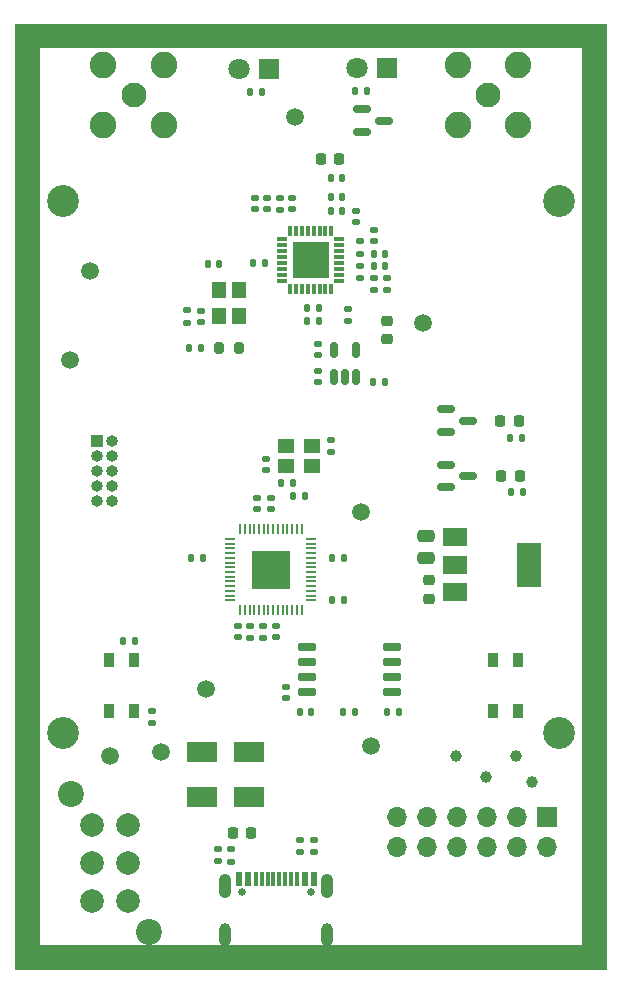
<source format=gts>
%TF.GenerationSoftware,KiCad,Pcbnew,(6.0.6-0)*%
%TF.CreationDate,2023-01-17T18:34:31+00:00*%
%TF.ProjectId,max2871-evalboard,6d617832-3837-4312-9d65-76616c626f61,1.0*%
%TF.SameCoordinates,Original*%
%TF.FileFunction,Soldermask,Top*%
%TF.FilePolarity,Negative*%
%FSLAX46Y46*%
G04 Gerber Fmt 4.6, Leading zero omitted, Abs format (unit mm)*
G04 Created by KiCad (PCBNEW (6.0.6-0)) date 2023-01-17 18:34:31*
%MOMM*%
%LPD*%
G01*
G04 APERTURE LIST*
G04 Aperture macros list*
%AMRoundRect*
0 Rectangle with rounded corners*
0 $1 Rounding radius*
0 $2 $3 $4 $5 $6 $7 $8 $9 X,Y pos of 4 corners*
0 Add a 4 corners polygon primitive as box body*
4,1,4,$2,$3,$4,$5,$6,$7,$8,$9,$2,$3,0*
0 Add four circle primitives for the rounded corners*
1,1,$1+$1,$2,$3*
1,1,$1+$1,$4,$5*
1,1,$1+$1,$6,$7*
1,1,$1+$1,$8,$9*
0 Add four rect primitives between the rounded corners*
20,1,$1+$1,$2,$3,$4,$5,0*
20,1,$1+$1,$4,$5,$6,$7,0*
20,1,$1+$1,$6,$7,$8,$9,0*
20,1,$1+$1,$8,$9,$2,$3,0*%
G04 Aperture macros list end*
%ADD10C,0.100000*%
%ADD11C,1.000000*%
%ADD12RoundRect,0.150000X-0.587500X-0.150000X0.587500X-0.150000X0.587500X0.150000X-0.587500X0.150000X0*%
%ADD13R,1.800000X1.800000*%
%ADD14C,1.800000*%
%ADD15RoundRect,0.135000X-0.185000X0.135000X-0.185000X-0.135000X0.185000X-0.135000X0.185000X0.135000X0*%
%ADD16RoundRect,0.135000X-0.135000X-0.185000X0.135000X-0.185000X0.135000X0.185000X-0.135000X0.185000X0*%
%ADD17RoundRect,0.218750X-0.218750X-0.256250X0.218750X-0.256250X0.218750X0.256250X-0.218750X0.256250X0*%
%ADD18RoundRect,0.140000X0.140000X0.170000X-0.140000X0.170000X-0.140000X-0.170000X0.140000X-0.170000X0*%
%ADD19RoundRect,0.140000X-0.140000X-0.170000X0.140000X-0.170000X0.140000X0.170000X-0.140000X0.170000X0*%
%ADD20RoundRect,0.140000X-0.170000X0.140000X-0.170000X-0.140000X0.170000X-0.140000X0.170000X0.140000X0*%
%ADD21C,2.700000*%
%ADD22R,1.200000X1.400000*%
%ADD23C,1.500000*%
%ADD24RoundRect,0.135000X0.135000X0.185000X-0.135000X0.185000X-0.135000X-0.185000X0.135000X-0.185000X0*%
%ADD25RoundRect,0.200000X0.200000X0.275000X-0.200000X0.275000X-0.200000X-0.275000X0.200000X-0.275000X0*%
%ADD26R,2.500000X1.800000*%
%ADD27RoundRect,0.135000X0.185000X-0.135000X0.185000X0.135000X-0.185000X0.135000X-0.185000X-0.135000X0*%
%ADD28R,1.000000X1.000000*%
%ADD29O,1.000000X1.000000*%
%ADD30RoundRect,0.140000X0.170000X-0.140000X0.170000X0.140000X-0.170000X0.140000X-0.170000X-0.140000X0*%
%ADD31RoundRect,0.150000X0.150000X-0.512500X0.150000X0.512500X-0.150000X0.512500X-0.150000X-0.512500X0*%
%ADD32C,2.000000*%
%ADD33C,2.200000*%
%ADD34RoundRect,0.250000X0.475000X-0.250000X0.475000X0.250000X-0.475000X0.250000X-0.475000X-0.250000X0*%
%ADD35R,0.950000X1.250000*%
%ADD36C,0.650000*%
%ADD37R,0.600000X1.150000*%
%ADD38R,0.300000X1.150000*%
%ADD39O,1.000000X2.000000*%
%ADD40O,1.050000X2.100000*%
%ADD41RoundRect,0.050000X0.387500X0.050000X-0.387500X0.050000X-0.387500X-0.050000X0.387500X-0.050000X0*%
%ADD42RoundRect,0.050000X0.050000X0.387500X-0.050000X0.387500X-0.050000X-0.387500X0.050000X-0.387500X0*%
%ADD43R,3.200000X3.200000*%
%ADD44RoundRect,0.225000X0.250000X-0.225000X0.250000X0.225000X-0.250000X0.225000X-0.250000X-0.225000X0*%
%ADD45R,1.700000X1.700000*%
%ADD46O,1.700000X1.700000*%
%ADD47R,1.400000X1.200000*%
%ADD48RoundRect,0.225000X0.225000X0.250000X-0.225000X0.250000X-0.225000X-0.250000X0.225000X-0.250000X0*%
%ADD49RoundRect,0.150000X0.650000X0.150000X-0.650000X0.150000X-0.650000X-0.150000X0.650000X-0.150000X0*%
%ADD50R,2.000000X1.500000*%
%ADD51R,2.000000X3.800000*%
%ADD52RoundRect,0.008100X0.126900X-0.411900X0.126900X0.411900X-0.126900X0.411900X-0.126900X-0.411900X0*%
%ADD53RoundRect,0.008100X0.411900X0.126900X-0.411900X0.126900X-0.411900X-0.126900X0.411900X-0.126900X0*%
%ADD54R,3.100000X3.100000*%
%ADD55C,2.100000*%
%ADD56C,2.250000*%
%ADD57RoundRect,0.218750X0.256250X-0.218750X0.256250X0.218750X-0.256250X0.218750X-0.256250X-0.218750X0*%
G04 APERTURE END LIST*
D10*
X50000000Y-50000000D02*
X52000000Y-50000000D01*
X52000000Y-50000000D02*
X52000000Y-130000000D01*
X52000000Y-130000000D02*
X50000000Y-130000000D01*
X50000000Y-130000000D02*
X50000000Y-50000000D01*
G36*
X50000000Y-50000000D02*
G01*
X52000000Y-50000000D01*
X52000000Y-130000000D01*
X50000000Y-130000000D01*
X50000000Y-50000000D01*
G37*
X98000000Y-50000000D02*
X100000000Y-50000000D01*
X100000000Y-50000000D02*
X100000000Y-130000000D01*
X100000000Y-130000000D02*
X98000000Y-130000000D01*
X98000000Y-130000000D02*
X98000000Y-50000000D01*
G36*
X98000000Y-50000000D02*
G01*
X100000000Y-50000000D01*
X100000000Y-130000000D01*
X98000000Y-130000000D01*
X98000000Y-50000000D01*
G37*
X50000000Y-130000000D02*
X100000000Y-130000000D01*
X100000000Y-130000000D02*
X100000000Y-128000000D01*
X100000000Y-128000000D02*
X50000000Y-128000000D01*
X50000000Y-128000000D02*
X50000000Y-130000000D01*
G36*
X50000000Y-130000000D02*
G01*
X100000000Y-130000000D01*
X100000000Y-128000000D01*
X50000000Y-128000000D01*
X50000000Y-130000000D01*
G37*
X50000000Y-50000000D02*
X100000000Y-50000000D01*
X100000000Y-50000000D02*
X100000000Y-52000000D01*
X100000000Y-52000000D02*
X50000000Y-52000000D01*
X50000000Y-52000000D02*
X50000000Y-50000000D01*
G36*
X50000000Y-50000000D02*
G01*
X100000000Y-50000000D01*
X100000000Y-52000000D01*
X50000000Y-52000000D01*
X50000000Y-50000000D01*
G37*
D11*
X92379800Y-112000000D03*
D12*
X79362500Y-57250000D03*
X79362500Y-59150000D03*
X81237500Y-58200000D03*
D13*
X71500000Y-53800000D03*
D14*
X68960000Y-53800000D03*
D15*
X79146400Y-70508400D03*
X79146400Y-71528400D03*
D16*
X72515000Y-88900000D03*
X73535000Y-88900000D03*
D17*
X75837500Y-61450000D03*
X77412500Y-61450000D03*
D18*
X75680000Y-74050000D03*
X74720000Y-74050000D03*
X77670600Y-65850000D03*
X76710600Y-65850000D03*
D19*
X66320000Y-70300000D03*
X67280000Y-70300000D03*
X76837600Y-95199200D03*
X77797600Y-95199200D03*
D20*
X65735200Y-74297600D03*
X65735200Y-75257600D03*
D16*
X59110000Y-102210000D03*
X60130000Y-102210000D03*
D21*
X96000000Y-65000000D03*
D22*
X68972800Y-74709200D03*
X68972800Y-72509200D03*
X67272800Y-72509200D03*
X67272800Y-74709200D03*
D16*
X69865000Y-55775000D03*
X70885000Y-55775000D03*
D18*
X77680000Y-64700000D03*
X76720000Y-64700000D03*
D23*
X66167000Y-106324400D03*
D24*
X65737200Y-77470000D03*
X64717200Y-77470000D03*
D23*
X79248000Y-91338400D03*
D24*
X82510000Y-108300000D03*
X81490000Y-108300000D03*
D25*
X68897000Y-77444600D03*
X67247000Y-77444600D03*
D26*
X65800000Y-111664600D03*
X69800000Y-111664600D03*
D18*
X71092000Y-70256400D03*
X70132000Y-70256400D03*
D27*
X74120000Y-120140000D03*
X74120000Y-119120000D03*
D28*
X56925000Y-85300000D03*
D29*
X58195000Y-85300000D03*
X56925000Y-86570000D03*
X58195000Y-86570000D03*
X56925000Y-87840000D03*
X58195000Y-87840000D03*
X56925000Y-89110000D03*
X58195000Y-89110000D03*
X56925000Y-90380000D03*
X58195000Y-90380000D03*
D23*
X56286400Y-70916800D03*
D12*
X86462500Y-87315000D03*
X86462500Y-89215000D03*
X88337500Y-88265000D03*
D23*
X80086200Y-111099600D03*
D27*
X79146400Y-69445600D03*
X79146400Y-68425600D03*
D24*
X92889800Y-85039200D03*
X91869800Y-85039200D03*
D17*
X91033500Y-83591400D03*
X92608500Y-83591400D03*
D30*
X78180000Y-75130000D03*
X78180000Y-74170000D03*
D23*
X54660800Y-78486000D03*
D31*
X76966600Y-79874300D03*
X77916600Y-79874300D03*
X78866600Y-79874300D03*
X78866600Y-77599300D03*
X76966600Y-77599300D03*
D32*
X59500000Y-117850400D03*
X59500000Y-121050400D03*
X59500000Y-124250400D03*
X56500000Y-117850400D03*
X56500000Y-121050400D03*
X56500000Y-124250400D03*
D33*
X61300000Y-126900400D03*
X54700000Y-115200400D03*
D18*
X65859600Y-95199200D03*
X64899600Y-95199200D03*
D27*
X81483200Y-72544400D03*
X81483200Y-71524400D03*
D23*
X62370000Y-111680000D03*
D24*
X92966000Y-89662000D03*
X91946000Y-89662000D03*
D23*
X73675000Y-57875000D03*
D21*
X54000000Y-110000000D03*
D11*
X87274400Y-112000000D03*
D23*
X58000000Y-112000000D03*
D27*
X67130000Y-120910000D03*
X67130000Y-119890000D03*
D19*
X74094400Y-108300000D03*
X75054400Y-108300000D03*
D34*
X84800000Y-95250000D03*
X84800000Y-93350000D03*
D35*
X92575000Y-108175000D03*
X92575000Y-103825000D03*
X90425000Y-108175000D03*
X90425000Y-103825000D03*
D20*
X72034400Y-100993000D03*
X72034400Y-101953000D03*
D30*
X71323200Y-65681800D03*
X71323200Y-64721800D03*
X75579800Y-80334400D03*
X75579800Y-79374400D03*
D21*
X96000000Y-110000000D03*
D30*
X73431400Y-65707200D03*
X73431400Y-64747200D03*
D19*
X80342800Y-69443600D03*
X81302800Y-69443600D03*
D30*
X76733400Y-86230400D03*
X76733400Y-85270400D03*
D19*
X76837600Y-98806000D03*
X77797600Y-98806000D03*
D27*
X69900800Y-101983000D03*
X69900800Y-100963000D03*
D21*
X54000000Y-65000000D03*
D30*
X72900000Y-107080000D03*
X72900000Y-106120000D03*
X70256400Y-65681800D03*
X70256400Y-64721800D03*
D11*
X93700000Y-114150000D03*
D27*
X72390000Y-65737200D03*
X72390000Y-64717200D03*
D36*
X74990000Y-123485000D03*
X69210000Y-123485000D03*
D37*
X68900000Y-122410000D03*
X69700000Y-122410000D03*
D38*
X70850000Y-122410000D03*
X71850000Y-122410000D03*
X72350000Y-122410000D03*
X73350000Y-122410000D03*
D37*
X75300000Y-122410000D03*
X74500000Y-122410000D03*
D38*
X73850000Y-122410000D03*
X72850000Y-122410000D03*
X71350000Y-122410000D03*
X70350000Y-122410000D03*
D39*
X76420000Y-127165000D03*
D40*
X76420000Y-122985000D03*
D39*
X67780000Y-127165000D03*
D40*
X67780000Y-122985000D03*
D41*
X75061500Y-98805200D03*
X75061500Y-98405200D03*
X75061500Y-98005200D03*
X75061500Y-97605200D03*
X75061500Y-97205200D03*
X75061500Y-96805200D03*
X75061500Y-96405200D03*
X75061500Y-96005200D03*
X75061500Y-95605200D03*
X75061500Y-95205200D03*
X75061500Y-94805200D03*
X75061500Y-94405200D03*
X75061500Y-94005200D03*
X75061500Y-93605200D03*
D42*
X74224000Y-92767700D03*
X73824000Y-92767700D03*
X73424000Y-92767700D03*
X73024000Y-92767700D03*
X72624000Y-92767700D03*
X72224000Y-92767700D03*
X71824000Y-92767700D03*
X71424000Y-92767700D03*
X71024000Y-92767700D03*
X70624000Y-92767700D03*
X70224000Y-92767700D03*
X69824000Y-92767700D03*
X69424000Y-92767700D03*
X69024000Y-92767700D03*
D41*
X68186500Y-93605200D03*
X68186500Y-94005200D03*
X68186500Y-94405200D03*
X68186500Y-94805200D03*
X68186500Y-95205200D03*
X68186500Y-95605200D03*
X68186500Y-96005200D03*
X68186500Y-96405200D03*
X68186500Y-96805200D03*
X68186500Y-97205200D03*
X68186500Y-97605200D03*
X68186500Y-98005200D03*
X68186500Y-98405200D03*
X68186500Y-98805200D03*
D42*
X69024000Y-99642700D03*
X69424000Y-99642700D03*
X69824000Y-99642700D03*
X70224000Y-99642700D03*
X70624000Y-99642700D03*
X71024000Y-99642700D03*
X71424000Y-99642700D03*
X71824000Y-99642700D03*
X72224000Y-99642700D03*
X72624000Y-99642700D03*
X73024000Y-99642700D03*
X73424000Y-99642700D03*
X73824000Y-99642700D03*
X74224000Y-99642700D03*
D43*
X71624000Y-96205200D03*
D44*
X85000000Y-98675000D03*
X85000000Y-97125000D03*
D45*
X95000000Y-117175000D03*
D46*
X95000000Y-119715000D03*
X92460000Y-117175000D03*
X92460000Y-119715000D03*
X89920000Y-117175000D03*
X89920000Y-119715000D03*
X87380000Y-117175000D03*
X87380000Y-119715000D03*
X84840000Y-117175000D03*
X84840000Y-119715000D03*
X82300000Y-117175000D03*
X82300000Y-119715000D03*
D47*
X72890200Y-87413200D03*
X75090200Y-87413200D03*
X75090200Y-85713200D03*
X72890200Y-85713200D03*
D16*
X73531000Y-89966800D03*
X74551000Y-89966800D03*
D30*
X78850000Y-66780000D03*
X78850000Y-65820000D03*
D48*
X69975000Y-118500000D03*
X68425000Y-118500000D03*
D27*
X75320000Y-120140000D03*
X75320000Y-119120000D03*
D49*
X81908200Y-106527600D03*
X81908200Y-105257600D03*
X81908200Y-103987600D03*
X81908200Y-102717600D03*
X74708200Y-102717600D03*
X74708200Y-103987600D03*
X74708200Y-105257600D03*
X74708200Y-106527600D03*
D26*
X65800000Y-115500000D03*
X69800000Y-115500000D03*
D50*
X87223200Y-93483400D03*
X87223200Y-95783400D03*
D51*
X93523200Y-95783400D03*
D50*
X87223200Y-98083400D03*
D52*
X73250000Y-72435000D03*
X73750000Y-72435000D03*
X74250000Y-72435000D03*
X74750000Y-72435000D03*
X75250000Y-72435000D03*
X75750000Y-72435000D03*
X76250000Y-72435000D03*
X76750000Y-72435000D03*
D53*
X77435000Y-71750000D03*
X77435000Y-71250000D03*
X77435000Y-70750000D03*
X77435000Y-70250000D03*
X77435000Y-69750000D03*
X77435000Y-69250000D03*
X77435000Y-68750000D03*
X77435000Y-68250000D03*
D52*
X76750000Y-67565000D03*
X76250000Y-67565000D03*
X75750000Y-67565000D03*
X75250000Y-67565000D03*
X74750000Y-67565000D03*
X74250000Y-67565000D03*
X73750000Y-67565000D03*
X73250000Y-67565000D03*
D53*
X72565000Y-68250000D03*
X72565000Y-68750000D03*
X72565000Y-69250000D03*
X72565000Y-69750000D03*
X72565000Y-70250000D03*
X72565000Y-70750000D03*
X72565000Y-71250000D03*
X72565000Y-71750000D03*
D54*
X75000000Y-70000000D03*
D20*
X71247000Y-86845200D03*
X71247000Y-87805200D03*
D27*
X70967600Y-101983000D03*
X70967600Y-100963000D03*
D24*
X78767400Y-108300000D03*
X77747400Y-108300000D03*
D55*
X60000000Y-56000000D03*
D56*
X57450000Y-53450000D03*
X62550000Y-58550000D03*
X62550000Y-53450000D03*
X57450000Y-58550000D03*
D19*
X80342800Y-70510400D03*
X81302800Y-70510400D03*
D20*
X68808600Y-100993000D03*
X68808600Y-101953000D03*
D13*
X81500000Y-53700000D03*
D14*
X78960000Y-53700000D03*
D20*
X80365600Y-71554400D03*
X80365600Y-72514400D03*
D35*
X60075000Y-103825000D03*
X60075000Y-108175000D03*
X57925000Y-103825000D03*
X57925000Y-108175000D03*
D18*
X77680000Y-63050000D03*
X76720000Y-63050000D03*
D57*
X81490000Y-76707500D03*
X81490000Y-75132500D03*
D15*
X64566800Y-74267600D03*
X64566800Y-75287600D03*
D16*
X78790000Y-55650000D03*
X79810000Y-55650000D03*
D18*
X75680000Y-75125000D03*
X74720000Y-75125000D03*
D27*
X61600000Y-109210000D03*
X61600000Y-108190000D03*
D11*
X89814400Y-113750000D03*
D23*
X84500000Y-75350000D03*
D12*
X86462500Y-82641400D03*
X86462500Y-84541400D03*
X88337500Y-83591400D03*
D30*
X71653400Y-91081800D03*
X71653400Y-90121800D03*
D20*
X75579800Y-77113800D03*
X75579800Y-78073800D03*
D30*
X70459600Y-91081800D03*
X70459600Y-90121800D03*
D27*
X68230000Y-120920000D03*
X68230000Y-119900000D03*
D55*
X90000000Y-56000000D03*
D56*
X92550000Y-53450000D03*
X87450000Y-53450000D03*
X87450000Y-58550000D03*
X92550000Y-58550000D03*
D17*
X91109700Y-88265000D03*
X92684700Y-88265000D03*
D30*
X80365600Y-68399600D03*
X80365600Y-67439600D03*
D24*
X81320000Y-80310000D03*
X80300000Y-80310000D03*
M02*

</source>
